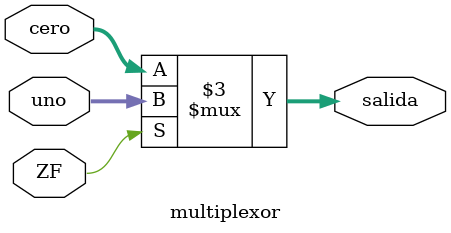
<source format=v>
module multiplexor (
    input wire ZF,              
    input wire [31:0] cero,    
    input wire [31:0] uno,    
    output reg [31:0] salida    
);

    always @(*) begin
        if (ZF) begin
            salida = uno; 
        end else begin
            salida = cero;  
        end
    end

endmodule
</source>
